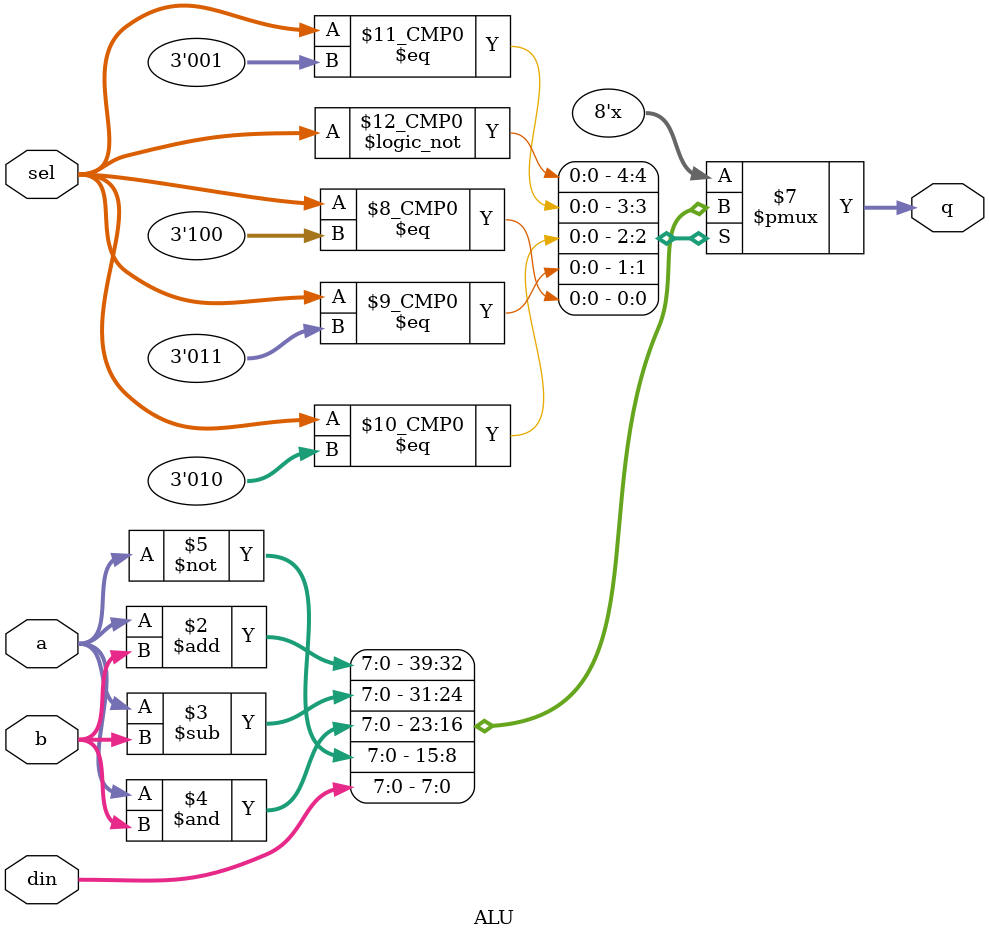
<source format=v>
`timescale 1ns / 1ps


module ALU( a, b, din, sel, q );
    input[7:0] a, b, din;
    input[2:0] sel;
    output[7:0] q;
    reg[7:0] q;
    always @(a or b or din or sel)
    begin
        case(sel)
            3'b000: q = a + b;
            3'b001: q = a - b;
            3'b010: q = a & b;
            3'b011: q = ~a;
            3'b100: q = din;
            default: q = q;
        endcase
    end
endmodule

</source>
